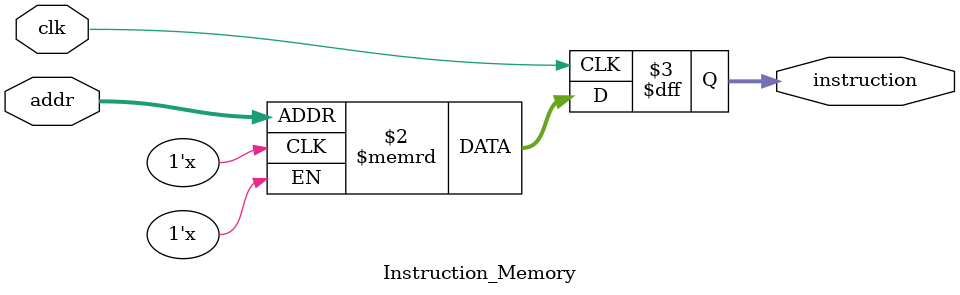
<source format=v>
`timescale 1ns / 1ps


module Instruction_Memory(
                                    input clk,
                                    input [7:0] addr, //memory is 256 x 32 bits
                                    output reg [31:0] instruction 
                          );
                          
    reg [31:0]MEMORY [255:0];                 
    always @(posedge clk) begin
    
        instruction <= MEMORY[addr];
    
    end              
endmodule

</source>
